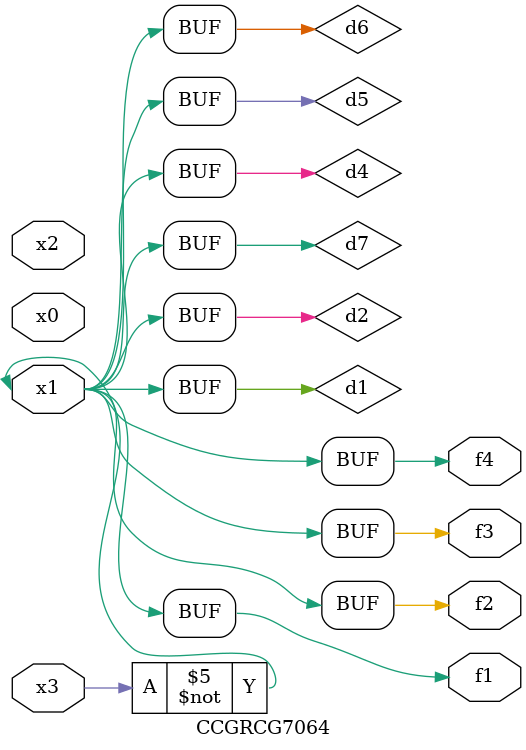
<source format=v>
module CCGRCG7064(
	input x0, x1, x2, x3,
	output f1, f2, f3, f4
);

	wire d1, d2, d3, d4, d5, d6, d7;

	not (d1, x3);
	buf (d2, x1);
	xnor (d3, d1, d2);
	nor (d4, d1);
	buf (d5, d1, d2);
	buf (d6, d4, d5);
	nand (d7, d4);
	assign f1 = d6;
	assign f2 = d7;
	assign f3 = d6;
	assign f4 = d6;
endmodule

</source>
